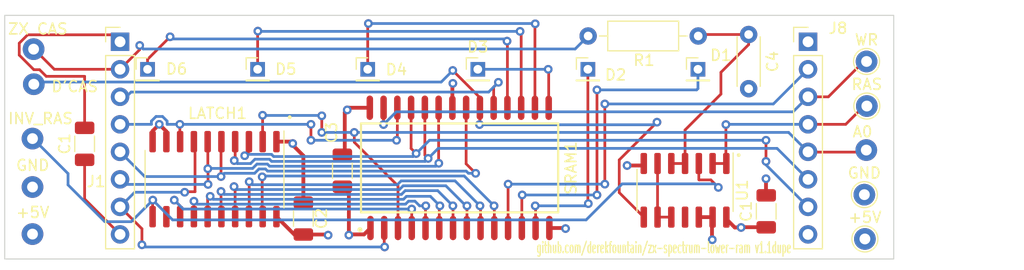
<source format=kicad_pcb>
(kicad_pcb (version 20211014) (generator pcbnew)
  (layers (0 "F.Cu" signal) (1 "In1.Cu" power) (2 "In2.Cu" power) (31 "B.Cu" signal) (34 "B.Paste" user) (35 "F.Paste" user) (36 "B.SilkS" user "B.Silkscreen") (37 "F.SilkS" user "F.Silkscreen") (38 "B.Mask" user) (39 "F.Mask" user) (44 "Edge.Cuts" user))
  (net 0 "")
  (net 1 "+5V")
  (net 2 "GND")
  (net 3 "ZX_CAS")
  (net 4 "ZX_D7")
  (net 5 "ZX_A6")
  (net 6 "ZX_A3")
  (net 7 "ZX_A4")
  (net 8 "ZX_A5")
  (net 9 "ZX_D6")
  (net 10 "ZX_D5")
  (net 11 "ZX_D4")
  (net 12 "ZX_D3")
  (net 13 "ZX_D2")
  (net 14 "ZX_D1")
  (net 16 "ZX_D0")
  (net 17 "ZX_WRITE")
  (net 18 "ZX_RAS")
  (net 19 "ZX_A0")
  (net 20 "ZX_A2")
  (net 21 "ZX_A1")
  (net 23 "RAS_INV")
  (net 25 "RAS_A6")
  (net 26 "RAS_A5")
  (net 27 "RAS_A4")
  (net 28 "RAS_A3")
  (net 29 "RAS_A2")
  (net 30 "RAS_A1")
  (net 31 "RAS_A0")
  (net 33 "DELAYED_ZX_CAS")
  (net 34 "INV_DELAYED_ZX_CAS")
  (net 35 "DELAYED_CAS")
  (footprint "Connector_PinHeader_2.00mm:PinHeader_1x01_P2.00mm_Vertical" (layer "F.Cu") (at 121.92 88.9)
    (fp_text reference "D6")
    (fp_text value "D6")
  )
  (footprint "" (layer "F.Cu") (at 188.257 96.3558)
    (fp_text reference "")
    (fp_text value "")
  )
  (footprint "Connector_PinHeader_2.00mm:PinHeader_1x01_P2.00mm_Vertical" (layer "F.Cu") (at 162.56 88.9)
    (fp_text reference "D2")
    (fp_text value "D2")
  )
  (footprint "Capacitor_THT:C_Disc_D4.3mm_W1.9mm_P5.00mm" (layer "F.Cu") (at 177.4 85.69 -90)
    (fp_text reference "C4")
    (fp_text value "C_Small")
  )
  (footprint "TestPoint:TestPoint_THTPad_D2.0mm_Drill1.0mm" (layer "F.Cu") (at 188.3078 92.2918)
    (fp_text reference "RAS")
    (fp_text value "TestPoint_THTPad_D2.0mm_Drill1.0mm")
  )
  (footprint "Capacitor_SMD:C_1206_3216Metric" (layer "F.Cu") (at 116.11 95.78 90)
    (fp_text reference "C1")
    (fp_text value "C_Small")
  )
  (footprint "Connector_PinHeader_2.00mm:PinHeader_1x01_P2.00mm_Vertical" (layer "F.Cu") (at 142.24 88.9)
    (fp_text reference "D4")
    (fp_text value "D4")
  )
  (footprint "TestPoint:TestPoint_THTPad_D2.0mm_Drill1.0mm" (layer "F.Cu") (at 188.13 104.56)
    (fp_text reference "+5V")
    (fp_text value "TestPoint_THTPad_D2.0mm_Drill1.0mm")
  )
  (footprint "Library:SOIC127P1210X305-28N" (layer "F.Cu") (at 150.718809 98 90)
    (fp_text reference "SRAM1")
    (fp_text value "IS62C256AL-45ULI")
  )
  (footprint "TestPoint:TestPoint_THTPad_D2.0mm_Drill1.0mm" (layer "F.Cu") (at 188.0792 100.4706)
    (fp_text reference "GND")
    (fp_text value "TestPoint_THTPad_D2.0mm_Drill1.0mm")
  )
  (footprint "" (layer "F.Cu") (at 111.3 104.11)
    (fp_text reference "")
    (fp_text value "")
  )
  (footprint "Capacitor_SMD:C_1206_3216Metric" (layer "F.Cu") (at 179.02 102.01 90)
    (fp_text reference "C1")
    (fp_text value "C_Small")
  )
  (footprint "Connector_PinHeader_2.54mm:PinHeader_1x08_P2.54mm_Vertical" (layer "F.Cu") (at 119.38 86.36)
    (fp_text reference "J1")
    (fp_text value "Conn_01x08_Male")
  )
  (footprint "Resistor_THT:R_Axial_DIN0207_L6.3mm_D2.5mm_P10.16mm_Horizontal" (layer "F.Cu") (at 162.5854 85.8266)
    (fp_text reference "R1")
    (fp_text value "270R")
  )
  (footprint "Package_SO:SOIC-14_3.9x8.7mm_P1.27mm" (layer "F.Cu") (at 171.53 100.07 -90)
    (fp_text reference "U1")
    (fp_text value "74HCT00")
  )
  (footprint "Capacitor_SMD:C_1206_3216Metric" (layer "F.Cu") (at 136.3 102.675 90)
    (fp_text reference "C2")
    (fp_text value "C_Small")
  )
  (footprint "Connector_PinHeader_2.54mm:PinHeader_1x08_P2.54mm_Vertical" (layer "F.Cu") (at 182.88 86.36)
    (fp_text reference "J8")
    (fp_text value "Conn_01x08_Male")
  )
  (footprint "Connector_PinHeader_2.00mm:PinHeader_1x01_P2.00mm_Vertical" (layer "F.Cu") (at 132.08 88.9)
    (fp_text reference "D5")
    (fp_text value "D5")
  )
  (footprint "" (layer "F.Cu") (at 111.4194 90.2784)
    (fp_text reference "")
    (fp_text value "")
  )
  (footprint "Connector_PinHeader_2.00mm:PinHeader_1x01_P2.00mm_Vertical" (layer "F.Cu") (at 172.72 88.9)
    (fp_text reference "D1")
    (fp_text value "D1")
  )
  (footprint "Package_SO:SO-20_5.3x12.6mm_P1.27mm" (layer "F.Cu") (at 128.1 99.04 -90)
    (fp_text reference "LATCH1")
    (fp_text value "74HCT574")
  )
  (footprint "" (layer "F.Cu") (at 111.4016 87.0412)
    (fp_text reference "")
    (fp_text value "")
  )
  (footprint "TestPoint:TestPoint_THTPad_D2.0mm_Drill1.0mm" (layer "F.Cu") (at 188.2824 88.177)
    (fp_text reference "WR")
    (fp_text value "TestPoint_THTPad_D2.0mm_Drill1.0mm")
  )
  (footprint "" (layer "F.Cu") (at 111.3 95.2962)
    (fp_text reference "")
    (fp_text value "")
  )
  (footprint "" (layer "F.Cu") (at 111.3 99.7666)
    (fp_text reference "")
    (fp_text value "")
  )
  (footprint "Connector_PinHeader_2.00mm:PinHeader_1x01_P2.00mm_Vertical" (layer "F.Cu") (at 152.4 88.9)
    (fp_text reference "D3")
    (fp_text value "D3")
  )
  (footprint "Capacitor_SMD:C_1206_3216Metric" (layer "F.Cu") (at 139.9 98.264583 -90)
    (fp_text reference "C3")
    (fp_text value "C_Small")
  )
  (gr_circle (center 135.04 93.32) (end 135.14 93.32) (layer "F.SilkS") (width 0.15) (fill none))
  (gr_circle (center 176.48 96.82) (end 176.58 96.82) (layer "F.SilkS") (width 0.15) (fill none))
  (gr_rect locked (start 108.735694 83.921454) (end 190.788015 106.408096) (layer "Edge.Cuts") (width 0.1) (fill none))
  (gr_text "" (at 111.506 90.9742) (layer "F.SilkS") (effects (font (size 1.27 1.27))))
  (gr_text "github.com/derekfountain/zx-spectrum-lower-ram v1.1dupe" (at 169.58 105.36) (layer "F.SilkS") (effects (font (size 1 0.5) (thickness 0.125))))
  (gr_text "ZX CAS" (at 111.7894 85.1764) (layer "F.SilkS") (effects (font (size 1 1))))
  (gr_text "INV_RAS" (at 112.0394 93.4466) (layer "F.SilkS") (effects (font (size 1 1))))
  (gr_text "" (at 111.506 90.9742) (layer "F.SilkS") (effects (font (size 1.27 1.27))))
  (gr_text "D'CAS" (at 115.2 90.49) (layer "F.SilkS") (effects (font (size 1 1))))
  (gr_text "+5V" (at 111.32 102.11) (layer "F.SilkS") (effects (font (size 1 1))))
  (gr_text "A0" (at 187.9092 94.6658) (layer "F.SilkS") (effects (font (size 1 1))))
  (gr_text "GND" (at 111.32 97.7666) (layer "F.SilkS") (effects (font (size 1 1))))
  (segment (start 133.815 102.5025) (end 135.6125 104.3) (width 0.35) (layer "F.Cu") (net 1))
  (segment (start 176.725 103.475) (end 179 103.475) (width 0.35) (layer "F.Cu") (net 1))
  (segment (start 176.7 103.5) (end 176.12 103.5) (width 0.35) (layer "F.Cu") (net 1))
  (segment (start 140.121235 92.878765) (end 140.35 92.65) (width 0.35) (layer "F.Cu") (net 1))
  (segment (start 176.12 103.5) (end 175.285 102.665) (width 0.35) (layer "F.Cu") (net 1))
  (segment (start 140.35 92.65) (end 140.55 92.45) (width 0.35) (layer "F.Cu") (net 1))
  (segment (start 116.11 100.87) (end 119.38 104.14) (width 0.25) (layer "F.Cu") (net 1))
  (segment (start 138.529739 104.15) (end 138.585685 104.205946) (width 0.35) (layer "F.Cu") (net 1))
  (segment (start 136.3 104.15) (end 138.529739 104.15) (width 0.35) (layer "F.Cu") (net 1))
  (segment (start 116.11 97.255) (end 116.11 100.87) (width 0.25) (layer "F.Cu") (net 1))
  (segment (start 140.121235 96.568348) (end 140.121235 92.878765) (width 0.35) (layer "F.Cu") (net 1))
  (segment (start 135.6125 104.3) (end 136.15 104.3) (width 0.35) (layer "F.Cu") (net 1))
  (segment (start 139.9 96.789583) (end 140.121235 96.568348) (width 0.35) (layer "F.Cu") (net 1))
  (segment (start 140.55 92.45) (end 142.433809 92.45) (width 0.35) (layer "F.Cu") (net 1))
  (segment (start 176.7 103.5) (end 176.725 103.475) (width 0.35) (layer "F.Cu") (net 1))
  (via (at 138.585685 104.205946) (size 0.8) (drill 0.4) (layers "F.Cu" "B.Cu") (net 1))
  (via (at 176.7 103.5) (size 0.8) (drill 0.4) (layers "F.Cu" "B.Cu") (net 1))
  (via (at 140.35 92.65) (size 0.8) (drill 0.4) (layers "F.Cu" "B.Cu") (net 1))
  (segment (start 111.422167 88.9356) (end 110.0766 87.590033) (width 0.25) (layer "F.Cu") (net 2))
  (segment (start 122.385 94.595) (end 123 93.98) (width 0.35) (layer "F.Cu") (net 2))
  (segment (start 174.015 104.605) (end 174.015 102.665) (width 0.35) (layer "F.Cu") (net 2))
  (segment (start 141.903809 104.14) (end 140.56 104.14) (width 0.35) (layer "F.Cu") (net 2))
  (segment (start 135.1475 95.5775) (end 133.815 95.5775) (width 0.35) (layer "F.Cu") (net 2))
  (segment (start 110.0766 87.590033) (end 110.0766 86.492367) (width 0.25) (layer "F.Cu") (net 2))
  (segment (start 116.11 89.55) (end 112.564833 89.55) (width 0.25) (layer "F.Cu") (net 2))
  (segment (start 140.5 104.2) (end 140.5 100.339583) (width 0.35) (layer "F.Cu") (net 2))
  (segment (start 174.04 104.63) (end 174.015 104.605) (width 0.35) (layer "F.Cu") (net 2))
  (segment (start 174.07 102.545) (end 172.8 102.545) (width 0.35) (layer "F.Cu") (net 2))
  (segment (start 135.32 95.75) (end 135.32 95.895) (width 0.35) (layer "F.Cu") (net 2))
  (segment (start 116.11 94.305) (end 116.11 89.55) (width 0.25) (layer "F.Cu") (net 2))
  (segment (start 159.003809 103.55) (end 160.45 103.55) (width 0.35) (layer "F.Cu") (net 2))
  (segment (start 110.852767 85.7162) (end 118.7362 85.7162) (width 0.25) (layer "F.Cu") (net 2))
  (segment (start 135.32 95.895) (end 136.3 96.875) (width 0.35) (layer "F.Cu") (net 2))
  (segment (start 110.0766 86.492367) (end 110.852767 85.7162) (width 0.25) (layer "F.Cu") (net 2))
  (segment (start 167.6 97.78) (end 167.665 97.715) (width 0.35) (layer "F.Cu") (net 2))
  (segment (start 122.385 95.5775) (end 122.385 94.595) (width 0.35) (layer "F.Cu") (net 2))
  (segment (start 140.5 100.339583) (end 139.9 99.739583) (width 0.35) (layer "F.Cu") (net 2))
  (segment (start 118.7362 85.7162) (end 119.38 86.36) (width 0.25) (layer "F.Cu") (net 2))
  (segment (start 166.18 97.78) (end 167.6 97.78) (width 0.35) (layer "F.Cu") (net 2))
  (segment (start 160.45 103.55) (end 160.5 103.6) (width 0.35) (layer "F.Cu") (net 2))
  (segment (start 123.655 95.5775) (end 123.655 94.635) (width 0.35) (layer "F.Cu") (net 2))
  (segment (start 142.493809 103.55) (end 141.903809 104.14) (width 0.35) (layer "F.Cu") (net 2))
  (segment (start 111.950433 88.9356) (end 111.422167 88.9356) (width 0.25) (layer "F.Cu") (net 2))
  (segment (start 140.56 104.14) (end 140.5 104.2) (width 0.35) (layer "F.Cu") (net 2))
  (segment (start 135.32 95.75) (end 135.1475 95.5775) (width 0.35) (layer "F.Cu") (net 2))
  (segment (start 136.3 96.875) (end 136.3 101.2) (width 0.35) (layer "F.Cu") (net 2))
  (segment (start 123.655 94.635) (end 123 93.98) (width 0.35) (layer "F.Cu") (net 2))
  (segment (start 112.564833 89.55) (end 111.950433 88.9356) (width 0.25) (layer "F.Cu") (net 2))
  (segment (start 150.053809 90.246191) (end 150.1 90.2) (width 0.35) (layer "F.Cu") (net 2))
  (segment (start 150.053809 92.45) (end 150.053809 90.246191) (width 0.35) (layer "F.Cu") (net 2))
  (segment (start 179 100.525) (end 179 99) (width 0.35) (layer "F.Cu") (net 2))
  (via (at 135.32 95.75) (size 0.8) (drill 0.4) (layers "F.Cu" "B.Cu") (net 2))
  (via (at 179 99) (size 0.8) (drill 0.4) (layers "F.Cu" "B.Cu") (net 2))
  (via (at 174.04 104.63) (size 0.8) (drill 0.4) (layers "F.Cu" "B.Cu") (net 2))
  (via (at 150.1 90.2) (size 0.8) (drill 0.4) (layers "F.Cu" "B.Cu") (net 2))
  (via (at 140.5 104.2) (size 0.8) (drill 0.4) (layers "F.Cu" "B.Cu") (net 2))
  (via (at 123 93.98) (size 0.8) (drill 0.4) (layers "F.Cu" "B.Cu") (net 2))
  (via (at 166.18 97.78) (size 0.8) (drill 0.4) (layers "F.Cu" "B.Cu") (net 2))
  (via (at 160.5 103.6) (size 0.8) (drill 0.4) (layers "F.Cu" "B.Cu") (net 2))
  (segment (start 113.3094 88.9) (end 111.5822 87.1728) (width 0.25) (layer "F.Cu") (net 3))
  (segment (start 119.38 88.9) (end 113.3094 88.9) (width 0.25) (layer "F.Cu") (net 3))
  (segment (start 121.1955 86.7) (end 121.1955 87.0845) (width 0.25) (layer "F.Cu") (net 3))
  (segment (start 121.1955 87.0845) (end 119.38 88.9) (width 0.25) (layer "F.Cu") (net 3))
  (via (at 121.1955 86.7) (size 0.8) (drill 0.4) (layers "F.Cu" "B.Cu") (net 3))
  (segment (start 121.5205 87.025) (end 121.1955 86.7) (width 0.25) (layer "B.Cu") (net 3))
  (segment (start 161.387 87.025) (end 121.5205 87.025) (width 0.25) (layer "B.Cu") (net 3))
  (segment (start 161.387 87.025) (end 162.5854 85.8266) (width 0.25) (layer "B.Cu") (net 3))
  (segment (start 154.3 90.1) (end 153.863809 90.536191) (width 0.25) (layer "F.Cu") (net 4))
  (segment (start 153.863809 90.536191) (end 153.863809 92.45) (width 0.25) (layer "F.Cu") (net 4))
  (via (at 154.3 90.1) (size 0.8) (drill 0.4) (layers "F.Cu" "B.Cu") (net 4))
  (segment (start 119.96 91.44) (end 120.4 91) (width 0.25) (layer "B.Cu") (net 4))
  (segment (start 154.3 90.1) (end 153.4 91) (width 0.25) (layer "B.Cu") (net 4))
  (segment (start 153.4 91) (end 120.4 91) (width 0.25) (layer "B.Cu") (net 4))
  (segment (start 119.38 91.44) (end 119.96 91.44) (width 0.25) (layer "B.Cu") (net 4))
  (segment (start 124.9 93.98) (end 124.9 95.5525) (width 0.25) (layer "F.Cu") (net 5))
  (segment (start 124.9 95.5525) (end 124.925 95.5775) (width 0.25) (layer "F.Cu") (net 5))
  (segment (start 144.973809 95.377191) (end 144.9 95.451) (width 0.25) (layer "F.Cu") (net 5))
  (segment (start 144.973809 92.45) (end 144.973809 95.377191) (width 0.25) (layer "F.Cu") (net 5))
  (segment (start 137 95.451) (end 137 93.98) (width 0.25) (layer "F.Cu") (net 5))
  (via (at 137 95.451) (size 0.8) (drill 0.4) (layers "F.Cu" "B.Cu") (net 5))
  (via (at 144.9 95.451) (size 0.8) (drill 0.4) (layers "F.Cu" "B.Cu") (net 5))
  (via (at 137 93.98) (size 0.8) (drill 0.4) (layers "F.Cu" "B.Cu") (net 5))
  (via (at 124.9 93.98) (size 0.8) (drill 0.4) (layers "F.Cu" "B.Cu") (net 5))
  (segment (start 123.300305 93.255) (end 122.699695 93.255) (width 0.25) (layer "B.Cu") (net 5))
  (segment (start 137 93.98) (end 124.9 93.98) (width 0.25) (layer "B.Cu") (net 5))
  (segment (start 122.275 93.98) (end 119.38 93.98) (width 0.25) (layer "B.Cu") (net 5))
  (segment (start 144.9 95.451) (end 137 95.451) (width 0.25) (layer "B.Cu") (net 5))
  (segment (start 123.725 93.98) (end 123.725 93.679695) (width 0.25) (layer "B.Cu") (net 5))
  (segment (start 122.275 93.679695) (end 122.275 93.98) (width 0.25) (layer "B.Cu") (net 5))
  (segment (start 122.699695 93.255) (end 122.275 93.679695) (width 0.25) (layer "B.Cu") (net 5))
  (segment (start 124.9 93.98) (end 123.725 93.98) (width 0.25) (layer "B.Cu") (net 5))
  (segment (start 123.725 93.679695) (end 123.300305 93.255) (width 0.25) (layer "B.Cu") (net 5))
  (segment (start 151.323809 97.623809) (end 151.323809 92.45) (width 0.25) (layer "F.Cu") (net 6))
  (segment (start 128.7 95.6125) (end 128.735 95.5775) (width 0.25) (layer "F.Cu") (net 6))
  (segment (start 152.2 98.5) (end 151.323809 97.623809) (width 0.25) (layer "F.Cu") (net 6))
  (segment (start 128.7 98.8) (end 128.7 95.6125) (width 0.25) (layer "F.Cu") (net 6))
  (via (at 128.7 98.8) (size 0.8) (drill 0.4) (layers "F.Cu" "B.Cu") (net 6))
  (via (at 152.2 98.5) (size 0.8) (drill 0.4) (layers "F.Cu" "B.Cu") (net 6))
  (segment (start 132.199695 98.1005) (end 132.800305 98.1005) (width 0.25) (layer "B.Cu") (net 6))
  (segment (start 132.800305 98.1005) (end 132.999805 98.3) (width 0.25) (layer "B.Cu") (net 6))
  (segment (start 128.7 98.8) (end 129 98.5) (width 0.25) (layer "B.Cu") (net 6))
  (segment (start 151.536396 98.5) (end 152.2 98.5) (width 0.25) (layer "B.Cu") (net 6))
  (segment (start 132.999805 98.3) (end 151.336396 98.3) (width 0.25) (layer "B.Cu") (net 6))
  (segment (start 128.7 98.8) (end 121.66 98.8) (width 0.25) (layer "B.Cu") (net 6))
  (segment (start 129 98.5) (end 131.800195 98.5) (width 0.25) (layer "B.Cu") (net 6))
  (segment (start 121.66 98.8) (end 119.38 96.52) (width 0.25) (layer "B.Cu") (net 6))
  (segment (start 151.336396 98.3) (end 151.536396 98.5) (width 0.25) (layer "B.Cu") (net 6))
  (segment (start 131.800195 98.5) (end 132.199695 98.1005) (width 0.25) (layer "B.Cu") (net 6))
  (segment (start 148.783809 97.559309) (end 148.783809 92.45) (width 0.25) (layer "F.Cu") (net 7))
  (segment (start 127.4826 98.0755) (end 127.4826 95.5951) (width 0.25) (layer "F.Cu") (net 7))
  (segment (start 127.5 98.0929) (end 127.5 99.5245) (width 0.25) (layer "F.Cu") (net 7))
  (segment (start 127.4826 95.5951) (end 127.465 95.5775) (width 0.25) (layer "F.Cu") (net 7))
  (segment (start 127.4826 98.0755) (end 127.5 98.0929) (width 0.25) (layer "F.Cu") (net 7))
  (segment (start 148.8 97.5755) (end 148.783809 97.559309) (width 0.25) (layer "F.Cu") (net 7))
  (via (at 127.4826 98.0755) (size 0.8) (drill 0.4) (layers "F.Cu" "B.Cu") (net 7))
  (via (at 148.8 97.5755) (size 0.8) (drill 0.4) (layers "F.Cu" "B.Cu") (net 7))
  (via (at 127.5 99.5245) (size 0.8) (drill 0.4) (layers "F.Cu" "B.Cu") (net 7))
  (segment (start 119.8445 99.5245) (end 119.38 99.06) (width 0.25) (layer "B.Cu") (net 7))
  (segment (start 132.986701 97.6505) (end 133.186201 97.85) (width 0.25) (layer "B.Cu") (net 7))
  (segment (start 131.613799 98.05) (end 132.013299 97.6505) (width 0.25) (layer "B.Cu") (net 7))
  (segment (start 133.186201 97.85) (end 148.5255 97.85) (width 0.25) (layer "B.Cu") (net 7))
  (segment (start 127.4826 98.0755) (end 127.5081 98.05) (width 0.25) (layer "B.Cu") (net 7))
  (segment (start 127.5 99.5245) (end 119.8445 99.5245) (width 0.25) (layer "B.Cu") (net 7))
  (segment (start 148.5255 97.85) (end 148.8 97.5755) (width 0.25) (layer "B.Cu") (net 7))
  (segment (start 127.5081 98.05) (end 131.613799 98.05) (width 0.25) (layer "B.Cu") (net 7))
  (segment (start 132.013299 97.6505) (end 132.986701 97.6505) (width 0.25) (layer "B.Cu") (net 7))
  (segment (start 143.763809 103.55) (end 143.763809 104.936191) (width 0.25) (layer "F.Cu") (net 8))
  (segment (start 143.763809 104.936191) (end 143.763809 105.263809) (width 0.25) (layer "F.Cu") (net 8))
  (segment (start 126.195 95.5775) (end 126.3 95.6825) (width 0.25) (layer "F.Cu") (net 8))
  (segment (start 143.763809 105.263809) (end 143.8 105.3) (width 0.25) (layer "F.Cu") (net 8))
  (segment (start 121.4 103.62) (end 119.38 101.6) (width 0.25) (layer "F.Cu") (net 8))
  (segment (start 121.4 105.1) (end 121.4 103.62) (width 0.25) (layer "F.Cu") (net 8))
  (segment (start 125.394059 100.2) (end 125.345059 100.249) (width 0.25) (layer "F.Cu") (net 8))
  (segment (start 126.3 95.6825) (end 126.3 100.2) (width 0.25) (layer "F.Cu") (net 8))
  (segment (start 126.3 100.2) (end 125.394059 100.2) (width 0.25) (layer "F.Cu") (net 8))
  (via (at 121.4 105.1) (size 0.8) (drill 0.4) (layers "F.Cu" "B.Cu") (net 8))
  (via (at 125.345059 100.249) (size 0.8) (drill 0.4) (layers "F.Cu" "B.Cu") (net 8))
  (via (at 143.8 105.3) (size 0.8) (drill 0.4) (layers "F.Cu" "B.Cu") (net 8))
  (segment (start 120.731 100.249) (end 119.38 101.6) (width 0.25) (layer "B.Cu") (net 8))
  (segment (start 121.6 105.3) (end 121.4 105.1) (width 0.25) (layer "B.Cu") (net 8))
  (segment (start 125.345059 100.249) (end 120.731 100.249) (width 0.25) (layer "B.Cu") (net 8))
  (segment (start 143.8 105.3) (end 121.6 105.3) (width 0.25) (layer "B.Cu") (net 8))
  (segment (start 155.1 86.3) (end 155.133809 86.333809) (width 0.25) (layer "F.Cu") (net 9))
  (segment (start 121.92 87.98) (end 121.92 88.9) (width 0.25) (layer "F.Cu") (net 9))
  (segment (start 124 85.9) (end 121.92 87.98) (width 0.25) (layer "F.Cu") (net 9))
  (segment (start 155.133809 86.333809) (end 155.133809 92.45) (width 0.25) (layer "F.Cu") (net 9))
  (via (at 155.1 86.3) (size 0.8) (drill 0.4) (layers "F.Cu" "B.Cu") (net 9))
  (via (at 124 85.9) (size 0.8) (drill 0.4) (layers "F.Cu" "B.Cu") (net 9))
  (segment (start 124.2 86.1) (end 154.9 86.1) (width 0.25) (layer "B.Cu") (net 9))
  (segment (start 124 85.9) (end 124.2 86.1) (width 0.25) (layer "B.Cu") (net 9))
  (segment (start 154.9 86.1) (end 155.1 86.3) (width 0.25) (layer "B.Cu") (net 9))
  (segment (start 132.1 85.3755) (end 132.08 85.3955) (width 0.25) (layer "F.Cu") (net 10))
  (segment (start 132.08 85.3955) (end 132.08 88.9) (width 0.25) (layer "F.Cu") (net 10))
  (segment (start 156.403809 85.503809) (end 156.403809 92.45) (width 0.25) (layer "F.Cu") (net 10))
  (segment (start 156.3 85.4) (end 156.403809 85.503809) (width 0.25) (layer "F.Cu") (net 10))
  (via (at 156.3 85.4) (size 0.8) (drill 0.4) (layers "F.Cu" "B.Cu") (net 10))
  (via (at 132.1 85.3755) (size 0.8) (drill 0.4) (layers "F.Cu" "B.Cu") (net 10))
  (segment (start 132.1 85.3755) (end 132.1245 85.4) (width 0.25) (layer "B.Cu") (net 10))
  (segment (start 132.1245 85.4) (end 156.3 85.4) (width 0.25) (layer "B.Cu") (net 10))
  (segment (start 142.3 84.6755) (end 142.24 84.7355) (width 0.25) (layer "F.Cu") (net 11))
  (segment (start 157.7 84.7) (end 157.673809 84.726191) (width 0.25) (layer "F.Cu") (net 11))
  (segment (start 157.673809 84.726191) (end 157.673809 92.45) (width 0.25) (layer "F.Cu") (net 11))
  (segment (start 142.24 84.7355) (end 142.24 88.9) (width 0.25) (layer "F.Cu") (net 11))
  (via (at 157.7 84.7) (size 0.8) (drill 0.4) (layers "F.Cu" "B.Cu") (net 11))
  (via (at 142.3 84.6755) (size 0.8) (drill 0.4) (layers "F.Cu" "B.Cu") (net 11))
  (segment (start 142.3005 84.675) (end 142.3 84.6755) (width 0.25) (layer "B.Cu") (net 11))
  (segment (start 157.7 84.7) (end 157.675 84.675) (width 0.25) (layer "B.Cu") (net 11))
  (segment (start 157.675 84.675) (end 142.3005 84.675) (width 0.25) (layer "B.Cu") (net 11))
  (segment (start 158.943809 88.943809) (end 158.9 88.9) (width 0.25) (layer "F.Cu") (net 12))
  (segment (start 158.943809 92.45) (end 158.943809 88.943809) (width 0.25) (layer "F.Cu") (net 12))
  (via (at 158.9 88.9) (size 0.8) (drill 0.4) (layers "F.Cu" "B.Cu") (net 12))
  (segment (start 158.9 88.9) (end 152.4 88.9) (width 0.25) (layer "B.Cu") (net 12))
  (segment (start 162.56 101.26) (end 162.56 88.9) (width 0.25) (layer "F.Cu") (net 13))
  (segment (start 162.6 101.3) (end 162.56 101.26) (width 0.25) (layer "F.Cu") (net 13))
  (segment (start 157.733809 103.55) (end 157.733809 101.533809) (width 0.25) (layer "F.Cu") (net 13))
  (segment (start 157.733809 101.533809) (end 157.7 101.5) (width 0.25) (layer "F.Cu") (net 13))
  (via (at 162.6 101.3) (size 0.8) (drill 0.4) (layers "F.Cu" "B.Cu") (net 13))
  (via (at 157.7 101.5) (size 0.8) (drill 0.4) (layers "F.Cu" "B.Cu") (net 13))
  (segment (start 162.4 101.5) (end 162.6 101.3) (width 0.25) (layer "B.Cu") (net 13))
  (segment (start 157.7 101.5) (end 162.4 101.5) (width 0.25) (layer "B.Cu") (net 13))
  (segment (start 156.463809 100.536191) (end 156.463809 103.55) (width 0.25) (layer "F.Cu") (net 14))
  (segment (start 163.4 100.5) (end 163.4 90.8) (width 0.25) (layer "F.Cu") (net 14))
  (segment (start 156.5 100.5) (end 156.463809 100.536191) (width 0.25) (layer "F.Cu") (net 14))
  (via (at 163.4 90.8) (size 0.8) (drill 0.4) (layers "F.Cu" "B.Cu") (net 14))
  (via (at 156.5 100.5) (size 0.8) (drill 0.4) (layers "F.Cu" "B.Cu") (net 14))
  (via (at 163.4 100.5) (size 0.8) (drill 0.4) (layers "F.Cu" "B.Cu") (net 14))
  (segment (start 172.72 88.9) (end 172.72 90.68) (width 0.25) (layer "B.Cu") (net 14))
  (segment (start 156.5 100.5) (end 163.4 100.5) (width 0.25) (layer "B.Cu") (net 14))
  (segment (start 172.6 90.8) (end 163.4 90.8) (width 0.25) (layer "B.Cu") (net 14))
  (segment (start 172.72 90.68) (end 172.6 90.8) (width 0.25) (layer "B.Cu") (net 14))
  (segment (start 155.193809 99.506191) (end 155.193809 103.55) (width 0.25) (layer "F.Cu") (net 16))
  (segment (start 164.1245 99.5) (end 164.1245 92.1) (width 0.25) (layer "F.Cu") (net 16))
  (segment (start 155.2 99.5) (end 155.193809 99.506191) (width 0.25) (layer "F.Cu") (net 16))
  (via (at 155.2 99.5) (size 0.8) (drill 0.4) (layers "F.Cu" "B.Cu") (net 16))
  (via (at 164.1245 99.5) (size 0.8) (drill 0.4) (layers "F.Cu" "B.Cu") (net 16))
  (via (at 164.1245 92.1) (size 0.8) (drill 0.4) (layers "F.Cu" "B.Cu") (net 16))
  (segment (start 155.2 99.5) (end 164.1245 99.5) (width 0.25) (layer "B.Cu") (net 16))
  (segment (start 164.1245 92.1) (end 179.68 92.1) (width 0.25) (layer "B.Cu") (net 16))
  (segment (start 182.88 88.9) (end 179.68 92.1) (width 0.25) (layer "B.Cu") (net 16))
  (segment (start 182.88 91.44) (end 184.7596 91.44) (width 0.25) (layer "F.Cu") (net 17))
  (segment (start 143.7 94) (end 143.7 92.453809) (width 0.25) (layer "F.Cu") (net 17))
  (segment (start 184.7596 91.44) (end 187.833 88.3666) (width 0.25) (layer "F.Cu") (net 17))
  (via (at 143.7 94) (size 0.8) (drill 0.4) (layers "F.Cu" "B.Cu") (net 17))
  (segment (start 182.88 91.44) (end 181.495 92.825) (width 0.25) (layer "B.Cu") (net 17))
  (segment (start 144.875 92.825) (end 143.7 94) (width 0.25) (layer "B.Cu") (net 17))
  (segment (start 181.495 92.825) (end 144.875 92.825) (width 0.25) (layer "B.Cu") (net 17))
  (segment (start 186.3598 93.98) (end 187.8584 92.4814) (width 0.25) (layer "F.Cu") (net 18))
  (segment (start 182.88 93.98) (end 186.3598 93.98) (width 0.25) (layer "F.Cu") (net 18))
  (segment (start 175.3 94) (end 175.3 97.7) (width 0.25) (layer "F.Cu") (net 18))
  (segment (start 175.34 97.595) (end 174.07 97.595) (width 0.25) (layer "F.Cu") (net 18))
  (via (at 175.3 94) (size 0.8) (drill 0.4) (layers "F.Cu" "B.Cu") (net 18))
  (segment (start 175.32 93.98) (end 175.3 94) (width 0.25) (layer "B.Cu") (net 18))
  (segment (start 182.88 93.98) (end 175.32 93.98) (width 0.25) (layer "B.Cu") (net 18))
  (segment (start 145.033809 103.55) (end 145.033809 99.663809) (width 0.25) (layer "F.Cu") (net 19))
  (segment (start 145.033809 99.663809) (end 141 95.63) (width 0.25) (layer "F.Cu") (net 19))
  (segment (start 132.5372 95.5697) (end 132.545 95.5775) (width 0.25) (layer "F.Cu") (net 19))
  (segment (start 187.8076 96.5454) (end 182.9054 96.5454) (width 0.25) (layer "F.Cu") (net 19))
  (segment (start 141 95.63) (end 141 94.7265) (width 0.25) (layer "F.Cu") (net 19))
  (segment (start 138 94.7265) (end 138 93.1926) (width 0.25) (layer "F.Cu") (net 19))
  (segment (start 182.9054 96.5454) (end 182.88 96.52) (width 0.25) (layer "F.Cu") (net 19))
  (segment (start 132.5372 93.1418) (end 132.5372 95.5697) (width 0.25) (layer "F.Cu") (net 19))
  (via (at 138 93.1926) (size 0.8) (drill 0.4) (layers "F.Cu" "B.Cu") (net 19))
  (via (at 138 94.7265) (size 0.8) (drill 0.4) (layers "F.Cu" "B.Cu") (net 19))
  (via (at 132.5372 93.1418) (size 0.8) (drill 0.4) (layers "F.Cu" "B.Cu") (net 19))
  (via (at 141 94.7265) (size 0.8) (drill 0.4) (layers "F.Cu" "B.Cu") (net 19))
  (segment (start 182.88 96.52) (end 181.086 94.726) (width 0.25) (layer "B.Cu") (net 19))
  (segment (start 132.5554 93.16) (end 137.9674 93.16) (width 0.25) (layer "B.Cu") (net 19))
  (segment (start 141.0005 94.726) (end 141 94.7265) (width 0.25) (layer "B.Cu") (net 19))
  (segment (start 132.5372 93.1418) (end 132.5554 93.16) (width 0.25) (layer "B.Cu") (net 19))
  (segment (start 137.9674 93.16) (end 138 93.1926) (width 0.25) (layer "B.Cu") (net 19))
  (segment (start 181.086 94.726) (end 141.0005 94.726) (width 0.25) (layer "B.Cu") (net 19))
  (segment (start 141 94.7265) (end 138 94.7265) (width 0.25) (layer "B.Cu") (net 19))
  (segment (start 130.005 97.005) (end 130.165 97.165) (width 0.25) (layer "F.Cu") (net 20))
  (segment (start 130.005 95.5775) (end 130.005 97.005) (width 0.25) (layer "F.Cu") (net 20))
  (segment (start 147.513809 96.821155) (end 147.513809 92.45) (width 0.25) (layer "F.Cu") (net 20))
  (segment (start 147.818154 97.1255) (end 147.513809 96.821155) (width 0.25) (layer "F.Cu") (net 20))
  (via (at 129.921 97.3255) (size 0.8) (drill 0.4) (layers "F.Cu" "B.Cu") (net 20))
  (via (at 147.818154 97.1255) (size 0.8) (drill 0.4) (layers "F.Cu" "B.Cu") (net 20))
  (segment (start 131.427403 97.6) (end 131.826903 97.2005) (width 0.25) (layer "B.Cu") (net 20))
  (segment (start 133.372597 97.4) (end 147.543654 97.4) (width 0.25) (layer "B.Cu") (net 20))
  (segment (start 129.921 97.3255) (end 130.1955 97.6) (width 0.25) (layer "B.Cu") (net 20))
  (segment (start 180.02 96.2) (end 182.88 99.06) (width 0.25) (layer "B.Cu") (net 20))
  (segment (start 147.818154 97.1255) (end 148.743654 96.2) (width 0.25) (layer "B.Cu") (net 20))
  (segment (start 131.826903 97.2005) (end 133.173097 97.2005) (width 0.25) (layer "B.Cu") (net 20))
  (segment (start 148.743654 96.2) (end 180.02 96.2) (width 0.25) (layer "B.Cu") (net 20))
  (segment (start 133.173097 97.2005) (end 133.372597 97.4) (width 0.25) (layer "B.Cu") (net 20))
  (segment (start 130.1955 97.6) (end 131.427403 97.6) (width 0.25) (layer "B.Cu") (net 20))
  (segment (start 147.543654 97.4) (end 147.818154 97.1255) (width 0.25) (layer "B.Cu") (net 20))
  (segment (start 179 97.4) (end 179 95.4505) (width 0.25) (layer "F.Cu") (net 21))
  (segment (start 146.243809 96.208909) (end 146.243809 92.45) (width 0.25) (layer "F.Cu") (net 21))
  (segment (start 131.275 96.485897) (end 131.275 95.5775) (width 0.25) (layer "F.Cu") (net 21))
  (segment (start 146.7104 96.6755) (end 146.243809 96.208909) (width 0.25) (layer "F.Cu") (net 21))
  (segment (start 130.885397 96.8755) (end 131.275 96.485897) (width 0.25) (layer "F.Cu") (net 21))
  (via (at 130.885397 96.8755) (size 0.8) (drill 0.4) (layers "F.Cu" "B.Cu") (net 21))
  (via (at 146.7104 96.6755) (size 0.8) (drill 0.4) (layers "F.Cu" "B.Cu") (net 21))
  (via (at 179 97.4) (size 0.8) (drill 0.4) (layers "F.Cu" "B.Cu") (net 21))
  (via (at 179 95.4505) (size 0.8) (drill 0.4) (layers "F.Cu" "B.Cu") (net 21))
  (segment (start 147.9354 95.4505) (end 179 95.4505) (width 0.25) (layer "B.Cu") (net 21))
  (segment (start 146.4359 96.95) (end 146.7104 96.6755) (width 0.25) (layer "B.Cu") (net 21))
  (segment (start 131.010397 96.7505) (end 133.359493 96.7505) (width 0.25) (layer "B.Cu") (net 21))
  (segment (start 146.7104 96.6755) (end 147.9354 95.4505) (width 0.25) (layer "B.Cu") (net 21))
  (segment (start 130.885397 96.8755) (end 131.010397 96.7505) (width 0.25) (layer "B.Cu") (net 21))
  (segment (start 182.88 101.6) (end 179 97.72) (width 0.25) (layer "B.Cu") (net 21))
  (segment (start 133.558993 96.95) (end 146.4359 96.95) (width 0.25) (layer "B.Cu") (net 21))
  (segment (start 133.359493 96.7505) (end 133.558993 96.95) (width 0.25) (layer "B.Cu") (net 21))
  (segment (start 179 97.72) (end 179 97.4) (width 0.25) (layer "B.Cu") (net 21))
  (segment (start 122.385 100.9911) (end 122.385 102.5025) (width 0.25) (layer "F.Cu") (net 23))
  (segment (start 172.8 98.6) (end 172.8 99.08) (width 0.25) (layer "F.Cu") (net 23))
  (segment (start 122.4026 100.9735) (end 122.385 100.9911) (width 0.25) (layer "F.Cu") (net 23))
  (segment (start 173.91 99.11) (end 172.83 99.11) (width 0.25) (layer "F.Cu") (net 23))
  (segment (start 172.8 99.08) (end 172.83 99.11) (width 0.25) (layer "F.Cu") (net 23))
  (segment (start 174.6 99.8) (end 173.91 99.11) (width 0.25) (layer "F.Cu") (net 23))
  (via (at 174.6 99.8) (size 0.8) (drill 0.4) (layers "F.Cu" "B.Cu") (net 23))
  (via (at 122.4026 100.9735) (size 0.8) (drill 0.4) (layers "F.Cu" "B.Cu") (net 23))
  (segment (start 124.2291 102.8) (end 162.4 102.8) (width 0.25) (layer "B.Cu") (net 23))
  (segment (start 117.9764 102.965) (end 114.5794 99.568) (width 0.25) (layer "B.Cu") (net 23))
  (segment (start 122.4026 100.9735) (end 124.2291 102.8) (width 0.25) (layer "B.Cu") (net 23))
  (segment (start 165.725 99.475) (end 174.275 99.475) (width 0.25) (layer "B.Cu") (net 23))
  (segment (start 174.275 99.475) (end 174.6 99.8) (width 0.25) (layer "B.Cu") (net 23))
  (segment (start 114.5794 98.5266) (end 111.4806 95.4278) (width 0.25) (layer "B.Cu") (net 23))
  (segment (start 122.4026 100.9735) (end 120.4111 102.965) (width 0.25) (layer "B.Cu") (net 23))
  (segment (start 162.4 102.8) (end 165.725 99.475) (width 0.25) (layer "B.Cu") (net 23))
  (segment (start 120.4111 102.965) (end 117.9764 102.965) (width 0.25) (layer "B.Cu") (net 23))
  (segment (start 114.5794 99.568) (end 114.5794 98.5266) (width 0.25) (layer "B.Cu") (net 23))
  (segment (start 124.3838 100.9735) (end 124.925 101.5147) (width 0.25) (layer "F.Cu") (net 25))
  (segment (start 124.925 101.5147) (end 124.925 102.5025) (width 0.25) (layer "F.Cu") (net 25))
  (segment (start 146.303809 103.55) (end 146.303809 101.803809) (width 0.25) (layer "F.Cu") (net 25))
  (segment (start 146.303809 101.803809) (end 146.3 101.8) (width 0.25) (layer "F.Cu") (net 25))
  (via (at 146.3 101.8) (size 0.8) (drill 0.4) (layers "F.Cu" "B.Cu") (net 25))
  (via (at 124.3838 100.9735) (size 0.8) (drill 0.4) (layers "F.Cu" "B.Cu") (net 25))
  (segment (start 124.3838 100.9735) (end 125.2103 101.8) (width 0.25) (layer "B.Cu") (net 25))
  (segment (start 125.2103 101.8) (end 146.3 101.8) (width 0.25) (layer "B.Cu") (net 25))
  (segment (start 147.573809 101.526191) (end 147.573809 103.55) (width 0.25) (layer "F.Cu") (net 26))
  (segment (start 147.6 101.5) (end 147.573809 101.526191) (width 0.25) (layer "F.Cu") (net 26))
  (segment (start 126.2 102.4975) (end 126.195 102.5025) (width 0.25) (layer "F.Cu") (net 26))
  (segment (start 126.2 101.0755) (end 126.2 102.4975) (width 0.25) (layer "F.Cu") (net 26))
  (via (at 126.2 101.0755) (size 0.8) (drill 0.4) (layers "F.Cu" "B.Cu") (net 26))
  (via (at 147.6 101.5) (size 0.8) (drill 0.4) (layers "F.Cu" "B.Cu") (net 26))
  (segment (start 145.999695 101.075) (end 145.724695 101.35) (width 0.25) (layer "B.Cu") (net 26))
  (segment (start 145.724695 101.35) (end 126.4745 101.35) (width 0.25) (layer "B.Cu") (net 26))
  (segment (start 147.025 101.5) (end 147.025 101.499695) (width 0.25) (layer "B.Cu") (net 26))
  (segment (start 146.600305 101.075) (end 145.999695 101.075) (width 0.25) (layer "B.Cu") (net 26))
  (segment (start 126.4745 101.35) (end 126.2 101.0755) (width 0.25) (layer "B.Cu") (net 26))
  (segment (start 147.025 101.499695) (end 146.600305 101.075) (width 0.25) (layer "B.Cu") (net 26))
  (segment (start 147.6 101.5) (end 147.025 101.5) (width 0.25) (layer "B.Cu") (net 26))
  (segment (start 148.843809 101.556191) (end 148.843809 103.55) (width 0.25) (layer "F.Cu") (net 27))
  (segment (start 148.9 101.5) (end 148.843809 101.556191) (width 0.25) (layer "F.Cu") (net 27))
  (segment (start 127.465 100.8605) (end 127.465 102.5025) (width 0.25) (layer "F.Cu") (net 27))
  (segment (start 127.7 100.6255) (end 127.465 100.8605) (width 0.25) (layer "F.Cu") (net 27))
  (via (at 148.9 101.5) (size 0.8) (drill 0.4) (layers "F.Cu" "B.Cu") (net 27))
  (via (at 127.7 100.6255) (size 0.8) (drill 0.4) (layers "F.Cu" "B.Cu") (net 27))
  (segment (start 127.9745 100.9) (end 127.7 100.6255) (width 0.25) (layer "B.Cu") (net 27))
  (segment (start 145.813299 100.625) (end 145.538299 100.9) (width 0.25) (layer "B.Cu") (net 27))
  (segment (start 145.538299 100.9) (end 127.9745 100.9) (width 0.25) (layer "B.Cu") (net 27))
  (segment (start 148.9 101.5) (end 148.025 100.625) (width 0.25) (layer "B.Cu") (net 27))
  (segment (start 148.025 100.625) (end 145.813299 100.625) (width 0.25) (layer "B.Cu") (net 27))
  (segment (start 150.113809 101.513809) (end 150.113809 103.55) (width 0.25) (layer "F.Cu") (net 28))
  (segment (start 128.7 100.1755) (end 128.7 102.4675) (width 0.25) (layer "F.Cu") (net 28))
  (segment (start 128.7 102.4675) (end 128.735 102.5025) (width 0.25) (layer "F.Cu") (net 28))
  (segment (start 150.1 101.5) (end 150.113809 101.513809) (width 0.25) (layer "F.Cu") (net 28))
  (via (at 150.1 101.5) (size 0.8) (drill 0.4) (layers "F.Cu" "B.Cu") (net 28))
  (via (at 128.7 100.1755) (size 0.8) (drill 0.4) (layers "F.Cu" "B.Cu") (net 28))
  (segment (start 145.351903 100.45) (end 128.9745 100.45) (width 0.25) (layer "B.Cu") (net 28))
  (segment (start 145.701903 100.1) (end 145.351903 100.45) (width 0.25) (layer "B.Cu") (net 28))
  (segment (start 148.7 100.1) (end 145.701903 100.1) (width 0.25) (layer "B.Cu") (net 28))
  (segment (start 150.1 101.5) (end 148.7 100.1) (width 0.25) (layer "B.Cu") (net 28))
  (segment (start 128.9745 100.45) (end 128.7 100.1755) (width 0.25) (layer "B.Cu") (net 28))
  (segment (start 151.383809 103.516191) (end 151.383809 103.55) (width 0.25) (layer "F.Cu") (net 29))
  (segment (start 129.9 99.7255) (end 130 99.8255) (width 0.25) (layer "F.Cu") (net 29))
  (segment (start 130 99.8255) (end 130 102.4975) (width 0.25) (layer "F.Cu") (net 29))
  (segment (start 130 102.4975) (end 130.005 102.5025) (width 0.25) (layer "F.Cu") (net 29))
  (segment (start 151.4 103.5) (end 151.383809 103.516191) (width 0.25) (layer "F.Cu") (net 29))
  (segment (start 151.4 101.5) (end 151.4 103.5) (width 0.25) (layer "F.Cu") (net 29))
  (via (at 129.9 99.7255) (size 0.8) (drill 0.4) (layers "F.Cu" "B.Cu") (net 29))
  (via (at 151.4 101.5) (size 0.8) (drill 0.4) (layers "F.Cu" "B.Cu") (net 29))
  (segment (start 129.9 99.7255) (end 130.1745 100) (width 0.25) (layer "B.Cu") (net 29))
  (segment (start 130.1745 100) (end 145.165507 100) (width 0.25) (layer "B.Cu") (net 29))
  (segment (start 149.45 99.65) (end 151.3 101.5) (width 0.25) (layer "B.Cu") (net 29))
  (segment (start 151.3 101.5) (end 151.4 101.5) (width 0.25) (layer "B.Cu") (net 29))
  (segment (start 145.515507 99.65) (end 149.45 99.65) (width 0.25) (layer "B.Cu") (net 29))
  (segment (start 145.165507 100) (end 145.515507 99.65) (width 0.25) (layer "B.Cu") (net 29))
  (segment (start 131.3 102.4775) (end 131.275 102.5025) (width 0.25) (layer "F.Cu") (net 30))
  (segment (start 152.6 101.5) (end 152.653809 101.553809) (width 0.25) (layer "F.Cu") (net 30))
  (segment (start 152.653809 101.553809) (end 152.653809 103.55) (width 0.25) (layer "F.Cu") (net 30))
  (segment (start 131.3 99.2755) (end 131.3 102.4775) (width 0.25) (layer "F.Cu") (net 30))
  (via (at 152.6 101.5) (size 0.8) (drill 0.4) (layers "F.Cu" "B.Cu") (net 30))
  (via (at 131.3 99.2755) (size 0.8) (drill 0.4) (layers "F.Cu" "B.Cu") (net 30))
  (segment (start 144.979111 99.55) (end 145.329111 99.2) (width 0.25) (layer "B.Cu") (net 30))
  (segment (start 131.5745 99.55) (end 144.979111 99.55) (width 0.25) (layer "B.Cu") (net 30))
  (segment (start 131.3 99.2755) (end 131.5745 99.55) (width 0.25) (layer "B.Cu") (net 30))
  (segment (start 150.3 99.2) (end 152.6 101.5) (width 0.25) (layer "B.Cu") (net 30))
  (segment (start 145.329111 99.2) (end 150.3 99.2) (width 0.25) (layer "B.Cu") (net 30))
  (segment (start 153.923809 101.523809) (end 153.923809 103.55) (width 0.25) (layer "F.Cu") (net 31))
  (segment (start 132.5 98.8255) (end 132.5 102.4575) (width 0.25) (layer "F.Cu") (net 31))
  (segment (start 153.9 101.5) (end 153.923809 101.523809) (width 0.25) (layer "F.Cu") (net 31))
  (segment (start 132.5 102.4575) (end 132.545 102.5025) (width 0.25) (layer "F.Cu") (net 31))
  (via (at 153.9 101.5) (size 0.8) (drill 0.4) (layers "F.Cu" "B.Cu") (net 31))
  (via (at 132.5 98.8255) (size 0.8) (drill 0.4) (layers "F.Cu" "B.Cu") (net 31))
  (segment (start 151.15 98.75) (end 153.9 101.5) (width 0.25) (layer "B.Cu") (net 31))
  (segment (start 132.5755 98.75) (end 151.15 98.75) (width 0.25) (layer "B.Cu") (net 31))
  (segment (start 132.5 98.8255) (end 132.5755 98.75) (width 0.25) (layer "B.Cu") (net 31))
  (segment (start 174.84 89.1822) (end 174.84 91.19) (width 0.25) (layer "F.Cu") (net 33))
  (segment (start 177.4 85.69) (end 177.4 86.6222) (width 0.25) (layer "F.Cu") (net 33))
  (segment (start 172.882 85.69) (end 172.7454 85.8266) (width 0.25) (layer "F.Cu") (net 33))
  (segment (start 177.4 86.6222) (end 174.84 89.1822) (width 0.25) (layer "F.Cu") (net 33))
  (segment (start 174.84 91.19) (end 171.53 94.5) (width 0.25) (layer "F.Cu") (net 33))
  (segment (start 177.4 85.69) (end 172.882 85.69) (width 0.25) (layer "F.Cu") (net 33))
  (segment (start 171.53 97.595) (end 170.26 97.595) (width 0.25) (layer "F.Cu") (net 33))
  (segment (start 171.53 94.5) (end 171.53 97.595) (width 0.25) (layer "F.Cu") (net 33))
  (segment (start 168.99 97.595) (end 168.99 102.545) (width 0.25) (layer "F.Cu") (net 34))
  (segment (start 170.26 102.545) (end 168.99 102.545) (width 0.25) (layer "F.Cu") (net 34))
  (segment (start 165.455 97.265) (end 165.455 100.28) (width 0.25) (layer "F.Cu") (net 35))
  (segment (start 152.593809 91.513809) (end 150.09 89.01) (width 0.25) (layer "F.Cu") (net 35))
  (segment (start 152.593809 93.967691) (end 152.593809 92.45) (width 0.25) (layer "F.Cu") (net 35))
  (segment (start 152.6 91.6) (end 152.6 92.443809) (width 0.25) (layer "F.Cu") (net 35))
  (segment (start 152.6 92.443809) (end 152.593809 92.45) (width 0.25) (layer "F.Cu") (net 35))
  (segment (start 168.94 93.78) (end 165.455 97.265) (width 0.25) (layer "F.Cu") (net 35))
  (segment (start 165.455 100.28) (end 167.72 102.545) (width 0.25) (layer "F.Cu") (net 35))
  (segment (start 152.593809 92.45) (end 152.593809 91.513809) (width 0.25) (layer "F.Cu") (net 35))
  (segment (start 152.56 94.0015) (end 152.593809 93.967691) (width 0.25) (layer "F.Cu") (net 35))
  (via (at 168.94 93.78) (size 0.8) (drill 0.4) (layers "F.Cu" "B.Cu") (net 35))
  (via (at 152.56 94.0015) (size 0.8) (drill 0.4) (layers "F.Cu" "B.Cu") (net 35))
  (via (at 150.09 89.01) (size 0.8) (drill 0.4) (layers "F.Cu" "B.Cu") (net 35))
  (segment (start 152.5785 94.02) (end 168.7 94.02) (width 0.25) (layer "B.Cu") (net 35))
  (segment (start 149.025 90.075) (end 111.935 90.075) (width 0.25) (layer "B.Cu") (net 35))
  (segment (start 111.935 90.075) (end 111.6 90.41) (width 0.25) (layer "B.Cu") (net 35))
  (segment (start 168.7 94.02) (end 168.94 93.78) (width 0.25) (layer "B.Cu") (net 35))
  (segment (start 150.09 89.01) (end 149.025 90.075) (width 0.25) (layer "B.Cu") (net 35))
  (segment (start 152.56 94.0015) (end 152.5785 94.02) (width 0.25) (layer "B.Cu") (net 35))
)
</source>
